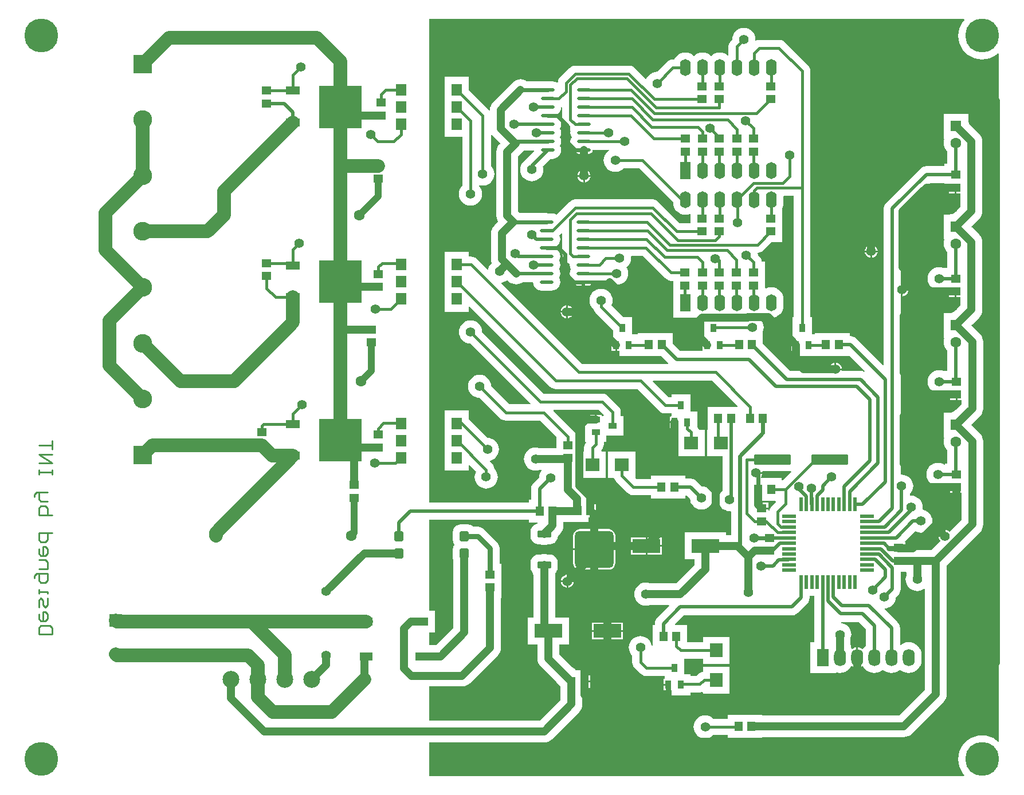
<source format=gbl>
%FSTAX23Y23*%
%MOIN*%
%SFA1B1*%

%IPPOS*%
%AMD47*
4,1,8,-0.020800,-0.028900,0.020800,-0.028900,0.027700,-0.022000,0.027700,0.022000,0.020800,0.028900,-0.020800,0.028900,-0.027700,0.022000,-0.027700,-0.022000,-0.020800,-0.028900,0.0*
1,1,0.013800,-0.020800,-0.022000*
1,1,0.013800,0.020800,-0.022000*
1,1,0.013800,0.020800,0.022000*
1,1,0.013800,-0.020800,0.022000*
%
%AMD50*
4,1,8,-0.039300,0.014800,-0.039300,-0.014800,-0.034400,-0.019700,0.034400,-0.019700,0.039300,-0.014800,0.039300,0.014800,0.034400,0.019700,-0.034400,0.019700,-0.039300,0.014800,0.0*
1,1,0.009800,-0.034400,0.014800*
1,1,0.009800,-0.034400,-0.014800*
1,1,0.009800,0.034400,-0.014800*
1,1,0.009800,0.034400,0.014800*
%
%AMD51*
4,1,8,-0.112200,0.081100,-0.112200,-0.081100,-0.085100,-0.108200,0.085100,-0.108200,0.112200,-0.081100,0.112200,0.081100,0.085100,0.108200,-0.085100,0.108200,-0.112200,0.081100,0.0*
1,1,0.054200,-0.085100,0.081100*
1,1,0.054200,-0.085100,-0.081100*
1,1,0.054200,0.085100,-0.081100*
1,1,0.054200,0.085100,0.081100*
%
%AMD57*
4,1,8,0.100800,0.029500,-0.100800,0.029500,-0.108200,0.022100,-0.108200,-0.022100,-0.100800,-0.029500,0.100800,-0.029500,0.108200,-0.022100,0.108200,0.022100,0.100800,0.029500,0.0*
1,1,0.014800,0.100800,0.022100*
1,1,0.014800,-0.100800,0.022100*
1,1,0.014800,-0.100800,-0.022100*
1,1,0.014800,0.100800,-0.022100*
%
%ADD24C,0.047200*%
%ADD25C,0.019700*%
%ADD26C,0.015700*%
%ADD27C,0.063000*%
%ADD28R,0.109300X0.109300*%
%ADD29C,0.109300*%
%ADD30R,0.063000X0.098400*%
%ADD31O,0.063000X0.098400*%
%ADD32C,0.098400*%
%ADD33C,0.076800*%
%ADD34R,0.076800X0.076800*%
%ADD35O,0.070000X0.100000*%
%ADD36R,0.070000X0.100000*%
%ADD37R,0.063000X0.063000*%
%ADD38C,0.055100*%
%ADD39C,0.196900*%
%ADD40R,0.055100X0.047200*%
%ADD41R,0.078700X0.051200*%
%ADD42R,0.250000X0.250000*%
%ADD43R,0.033500X0.047200*%
%ADD44R,0.047200X0.033500*%
%ADD45R,0.074800X0.047200*%
%ADD46R,0.059800X0.070100*%
G04~CAMADD=47~8~0.0~0.0~555.0~579.0~69.0~0.0~15~0.0~0.0~0.0~0.0~0~0.0~0.0~0.0~0.0~0~0.0~0.0~0.0~180.0~554.0~578.0*
%ADD47D47*%
%ADD48R,0.047200X0.055100*%
%ADD49R,0.078700X0.074800*%
G04~CAMADD=50~8~0.0~0.0~394.0~787.0~49.0~0.0~15~0.0~0.0~0.0~0.0~0~0.0~0.0~0.0~0.0~0~0.0~0.0~0.0~90.0~786.0~393.0*
%ADD50D50*%
G04~CAMADD=51~8~0.0~0.0~2165.0~2244.0~271.0~0.0~15~0.0~0.0~0.0~0.0~0~0.0~0.0~0.0~0.0~0~0.0~0.0~0.0~90.0~2244.0~2164.0*
%ADD51D51*%
%ADD52O,0.078700X0.021700*%
%ADD53R,0.161400X0.078700*%
%ADD54R,0.074800X0.078700*%
%ADD55R,0.080000X0.019000*%
%ADD56R,0.019000X0.080000*%
G04~CAMADD=57~8~0.0~0.0~2165.0~591.0~74.0~0.0~15~0.0~0.0~0.0~0.0~0~0.0~0.0~0.0~0.0~0~0.0~0.0~0.0~0.0~2165.0~591.0*
%ADD57D57*%
%ADD58C,0.078700*%
%ADD59C,0.039400*%
%ADD60C,0.029500*%
%ADD61C,0.023600*%
%ADD62C,0.010000*%
%LNpcb_washver2-1*%
%LPD*%
G36*
X03591Y02896D02*
X03589Y02891D01*
X03579*
X03577Y02895*
Y02899*
X03549*
Y02872*
X03544*
Y02867*
X0351*
Y02854*
X0348*
Y02741*
X03484*
X03487Y02736*
X03482Y0273*
X03477Y02718*
X03475Y02706*
Y02685*
X03449*
Y02785*
X03427*
X03423Y02794*
X03415Y02804*
X03297Y02922*
X03299Y02927*
X0356*
X03591Y02896*
G37*
G36*
X05689Y05199D02*
X05678Y05187D01*
X05667Y05169*
X05659Y05149*
X05654Y05128*
X05652Y05106*
X05654Y05084*
X05659Y05063*
X05667Y05043*
X05678Y05025*
X05692Y05008*
X05709Y04994*
X05727Y04983*
X05747Y04975*
X05769Y0497*
X0579Y04968*
X05812Y0497*
X05833Y04975*
X05853Y04983*
X05871Y04994*
X05883Y05004*
X05888Y05002*
Y00997*
X05883Y00995*
X05871Y01005*
X05853Y01017*
X05833Y01025*
X05812Y0103*
X0579Y01032*
X05769Y0103*
X05747Y01025*
X05727Y01017*
X05709Y01005*
X05692Y00991*
X05678Y00975*
X05667Y00956*
X05659Y00936*
X05654Y00915*
X05652Y00893*
X05654Y00872*
X05659Y00851*
X05667Y00831*
X05678Y00812*
X05689Y008*
X05686Y00795*
X02573*
Y0099*
X03243*
X03255Y00992*
X03267Y00995*
X03278Y01001*
X03287Y01009*
X03447Y01168*
X03454Y01178*
X0346Y01188*
X03464Y012*
X03465Y01213*
Y01307*
X03472*
Y01345*
Y01382*
X03465*
Y01412*
X03429*
X03428Y01412*
X03426Y01414*
X03423Y01416*
X03408Y01429*
X03402Y01434*
X03402Y01434*
X03331Y01505*
Y01552*
Y01552*
X03331Y0156*
X03331Y01561*
X03388*
Y01718*
X03307*
X03307Y01719*
X03307Y01727*
Y01727*
Y01956*
Y01956*
X03307Y01969*
X03308Y01973*
X03308Y01976*
X03308Y01978*
X03309Y01978*
X03312Y01981*
X03313Y01983*
X03314Y01985*
X03316Y01987*
X03321Y01998*
X03322Y0201*
Y02039*
X03321Y02051*
X03316Y02062*
X03309Y02071*
X033Y02078*
X03289Y02083*
X03278Y02084*
X03264*
X03256Y02087*
X03243Y02088*
X03231Y02087*
X03222Y02084*
X03209*
X03197Y02083*
X03187Y02078*
X03177Y02071*
X0317Y02062*
X03166Y02051*
X03164Y02039*
Y0201*
X03166Y01998*
X0317Y01987*
X03172Y01985*
X03173Y01983*
X03175Y01981*
X03177Y01978*
X03178Y01978*
X03179Y01976*
X03179Y01973*
X0318Y01963*
X0318Y01957*
Y01957*
Y01727*
Y01727*
X0318Y01719*
X0318Y01718*
X03148*
Y01561*
X03204*
X03204Y0156*
X03204Y01552*
Y01552*
Y01479*
X03206Y01466*
X03209Y01454*
X03215Y01444*
X03223Y01434*
X03316Y01341*
X03316Y0134*
X03322Y01334*
X03327Y01329*
X03335Y0132*
X03337Y01317*
X03338Y01314*
X03338Y01314*
Y01239*
X03217Y01117*
X02573*
Y01316*
X02765*
X02778Y01317*
X02789Y01321*
X028Y01327*
X0281Y01335*
X02973Y01497*
X02981Y01507*
X02987Y01518*
X0299Y0153*
X02991Y01542*
Y01823*
Y01823*
X02992Y01831*
X02995*
Y01869*
X02995Y01871*
X02995Y01872*
X02995Y01873*
X02995Y01874*
Y01906*
Y01991*
X02995Y01993*
X02995Y01994*
Y02032*
X02983*
Y02121*
X02981Y02135*
X02975Y02148*
X02967Y02159*
X02895Y02231*
X02884Y02239*
X02871Y02245*
X02857Y02247*
X02833*
X02833*
X02832Y02247*
X0283Y02249*
X02828Y02251*
X02826Y02252*
X02823Y02255*
X02811Y02259*
X02799Y02261*
X02758*
X02746Y02259*
X02734Y02255*
X02725Y02247*
X02717Y02237*
X02713Y02226*
X02711Y02214*
Y0217*
X02713Y02158*
X02717Y02147*
X02721Y02142*
X02717Y02137*
X02713Y02126*
X02711Y02114*
Y0207*
X02712Y02062*
X02712Y02061*
X02712Y0206*
X02713Y02058*
X02713Y02057*
X02713Y02056*
X02715Y02024*
Y02016*
Y02016*
Y01657*
X02614Y01556*
X02573*
Y0163*
X02609*
Y01756*
X02573*
Y02287*
X03154*
Y0227*
X03205*
X03206Y02265*
X03205Y02264*
X03202Y02263*
X03198Y02263*
X03197Y02262*
X03195Y02261*
X03193Y02261*
X03191Y0226*
X03188Y02259*
X03188Y02258*
X03187Y02258*
X03185Y02256*
X03184Y02256*
X03183Y02255*
X03177Y02251*
X0317Y02242*
X03166Y02231*
X03164Y02219*
Y0219*
X03166Y02178*
X0317Y02167*
X03177Y02158*
X03187Y02151*
X03197Y02147*
X03209Y02145*
X03222*
X03231Y02142*
X03243Y02141*
X03256Y02142*
X03264Y02145*
X03278*
X03289Y02147*
X033Y02151*
X03309Y02158*
X03316Y02167*
X03321Y02178*
X03321Y02182*
X03322Y02183*
X03322Y02185*
X03322Y02187*
X03322Y02189*
X03323Y0219*
X03323Y02191*
X03324Y02192*
X03325Y02195*
X03327Y02197*
X03333Y02205*
X03337Y02209*
X03338Y0221*
X03339Y0221*
X0334Y02212*
X03344Y02218*
X0335Y02229*
X03354Y0224*
X03355Y02253*
Y02274*
X03362Y02274*
X03363*
X03366*
X03366*
X03374*
Y02273*
X03412*
X03413Y02273*
X03415Y02273*
X035*
Y02302*
X03507*
Y0234*
Y02377*
X035*
Y02407*
X03497*
Y0241*
X03496Y02422*
X03493Y02434*
X03487Y02445*
X03479Y02454*
X03445Y02488*
Y02532*
X03602*
Y02685*
X03577*
X03575Y0269*
X03577Y02693*
X03585Y02703*
X03589Y02714*
X03591Y02726*
Y02741*
X03606*
Y02779*
X03705*
Y02891*
X03689*
Y02913*
X03688Y02925*
X03683Y02936*
X03676Y02946*
X03614Y03008*
X03604Y03016*
X03592Y03021*
X0358Y03022*
X03241*
X02882Y03381*
Y03381*
X02882Y03382*
X02881Y03394*
X02877Y03406*
X02871Y03418*
X02863Y03428*
X02853Y03436*
X02841Y03443*
X02828Y03446*
X02815Y03448*
X02802Y03446*
X02789Y03443*
X02778Y03436*
X02768Y03428*
X02759Y03418*
X02753Y03406*
X02749Y03394*
X02748Y0338*
X02749Y03367*
X02753Y03355*
X02759Y03343*
X02768Y03333*
X02778Y03325*
X02789Y03318*
X02802Y03314*
X02814Y03313*
X02815Y03313*
X02815*
X03164Y02965*
X03162Y0296*
X0304*
X02935Y03065*
Y03065*
X02934Y03066*
X02933Y03078*
X02929Y03091*
X02923Y03102*
X02915Y03112*
X02905Y03121*
X02893Y03127*
X0288Y03131*
X02867Y03132*
X02854Y03131*
X02842Y03127*
X0283Y03121*
X0282Y03112*
X02811Y03102*
X02805Y03091*
X02801Y03078*
X028Y03065*
X02801Y03052*
X02805Y03039*
X02811Y03028*
X0282Y03017*
X0283Y03009*
X02842Y03003*
X02854Y02999*
X02866Y02998*
X02867Y02998*
X02867*
X02986Y02879*
X02996Y02871*
X03008Y02866*
X0302Y02865*
X0322*
X03315Y0277*
Y02705*
X03215*
X03206Y02707*
X03193Y02709*
X0318Y02707*
X03167Y02703*
X03156Y02697*
X03145Y02689*
X03137Y02679*
X03131Y02667*
X03127Y02654*
X03126Y02641*
X03127Y02628*
X03131Y02616*
X03137Y02604*
X03145Y02594*
X03156Y02585*
X03167Y02579*
X0318Y02575*
X03193Y02574*
X03206Y02575*
X03215Y02578*
X03227*
X03229Y02573*
X03225Y02568*
X03219Y02557*
X03215Y02544*
X03214Y02534*
X03182Y02502*
X03174Y02492*
X03169Y0248*
X03167Y02467*
Y02404*
X03154*
Y02387*
X02573*
Y05204*
X05686*
X05689Y05199*
G37*
%LNpcb_washver2-2*%
%LPC*%
G36*
X03539Y02899D02*
X0351D01*
Y02877*
X03539*
Y02899*
G37*
G36*
X04405Y05152D02*
X04392Y05151D01*
X04379Y05147*
X04367Y05141*
X04357Y05133*
X04349Y05123*
X04343Y05111*
X04339Y05098*
X04338Y05087*
X04337Y05086*
Y05085*
X0433Y05078*
X04323Y05068*
X04318Y05057*
X04316Y05045*
Y04993*
X04311Y04991*
X04304Y04997*
X04291Y05004*
X04278Y05008*
X04264Y05009*
X0425Y05008*
X04237Y05004*
X04225Y04997*
X04214Y04989*
X04204Y04997*
X04191Y05004*
X04178Y05008*
X04164Y05009*
X0415Y05008*
X04137Y05004*
X04125Y04997*
X04114Y04989*
X04104Y04997*
X04091Y05004*
X04078Y05008*
X04064Y05009*
X0405Y05008*
X04037Y05004*
X04025Y04997*
X04014Y04989*
X04005Y04978*
X04Y04968*
X03992*
X0398Y04967*
X03968Y04962*
X03958Y04954*
X03901Y04897*
X039*
X03899Y04896*
X03888Y04895*
X03875Y04891*
X03863Y04885*
X03853Y04877*
X03845Y04867*
X03839Y04856*
X03834Y04855*
X0377Y04918*
X0376Y04926*
X03749Y04931*
X03736Y04932*
X03423*
X03411Y04931*
X034Y04926*
X0339Y04918*
X03336Y04865*
X03329Y04855*
X03324Y04844*
X03323Y04835*
X03317Y04833*
X03317Y04834*
X03304Y04839*
X03291Y0484*
X0327*
X03263Y04841*
X03164*
X03146Y04842*
X03141Y04842*
X0313Y04848*
X03119Y04852*
X03106Y04853*
X03094Y04852*
X03082Y04848*
X03071Y04842*
X03062Y04834*
X02947Y0472*
X02939Y0471*
X02933Y04699*
X02929Y04687*
X02928Y04675*
Y04671*
X02923Y0467*
X0292Y04673*
X02804Y04789*
Y04866*
X02666*
Y04717*
Y04617*
Y04517*
X02767*
Y04232*
X02767Y04231*
X02766Y04231*
X02758Y04222*
X02752Y0421*
X02748Y04197*
X02747Y04184*
X02748Y04171*
X02752Y04158*
X02758Y04147*
X02767Y04137*
X02777Y04128*
X02789Y04122*
X02801Y04118*
X02814Y04117*
X02828Y04118*
X0284Y04122*
X02852Y04128*
X02862Y04137*
X0287Y04147*
X02877Y04158*
X0288Y04171*
X02882Y04184*
X0288Y04197*
X02877Y0421*
X0287Y04222*
X02864Y0423*
X02864Y04233*
X02868Y04236*
X02873Y04235*
X02886Y04233*
X029Y04235*
X02912Y04239*
X02924Y04245*
X02934Y04253*
X02942Y04263*
X02949Y04275*
X02952Y04288*
X02954Y04301*
X02952Y04314*
X02949Y04326*
X02942Y04338*
X02935Y04347*
X02934Y04348*
X02934Y04348*
Y04527*
X02937Y04529*
X02939Y04529*
X02947Y0452*
X02987Y04479*
X02984Y04475*
X02976Y04466*
X0297Y04455*
X02967Y04443*
X02965Y04431*
Y04058*
X02967Y04045*
X0297Y04033*
X02976Y04023*
X02953Y04001*
X02946Y03991*
X0294Y0398*
X02936Y03969*
X02935Y03956*
Y03804*
X02936Y03791*
X02938Y03784*
X02937Y03782*
X02928Y03772*
X02922Y03761*
X02918Y03748*
X02918Y03745*
X02913Y03743*
X02851Y03806*
X02841Y03814*
X02829Y03819*
X02817Y0382*
X02804*
Y03847*
X02666*
Y03698*
Y03598*
Y03498*
X02804*
Y03529*
X02809Y03531*
X03278Y03062*
X03288Y03055*
X033Y0305*
X03312Y03048*
X03787*
X03915Y0292*
X03925Y02912*
X03936Y02908*
X03948Y02906*
X03983*
Y02891*
X03979Y02889*
X03975*
Y02861*
X04002*
Y02856*
X04007*
Y02822*
X0402*
Y0281*
X04019*
Y02657*
X04177*
Y0281*
X04144*
X04139Y02821*
X04133Y0283*
Y02918*
X04095*
Y03017*
X03983*
Y03001*
X03968*
X03876Y03093*
X03878Y03098*
X0422*
X04369Y02949*
X04367Y02944*
X04193*
Y0281*
X04191*
Y02657*
X04282*
Y02458*
X04275Y02452*
X04267Y02442*
X0426Y02431*
X04257Y02418*
X04255Y02405*
X04257Y02392*
X0426Y02379*
X04267Y02368*
X04275Y02357*
X04285Y02349*
X04297Y02343*
X04309Y02339*
X04322Y02338*
X04327Y02338*
X0433Y02335*
Y02198*
X0431*
X043Y02198*
Y02213*
X04265*
X04265*
X04263*
X04261Y02214*
X04259Y02213*
X0406*
Y02056*
X04117*
X04117Y02055*
X04117Y02047*
Y02047*
Y02024*
X0401Y01917*
X03857*
X03848Y0192*
X03835Y01921*
X03822Y0192*
X03809Y01916*
X03797Y0191*
X03787Y01901*
X03779Y01891*
X03773Y0188*
X03769Y01867*
X03768Y01854*
X03769Y01841*
X03773Y01828*
X03779Y01817*
X03787Y01806*
X03797Y01798*
X03809Y01792*
X03822Y01788*
X03835Y01787*
X03848Y01788*
X03857Y01791*
X03968*
X0397Y01786*
X03902Y01717*
X03894Y01707*
X03889Y01695*
X03887Y01682*
Y01674*
X03874*
Y01554*
X03869Y01553*
X03869Y01556*
X03865Y01568*
X03858Y0158*
X0385Y0159*
X0384Y01599*
X03828Y01605*
X03816Y01609*
X03803Y0161*
X03789Y01609*
X03777Y01605*
X03765Y01599*
X03755Y0159*
X03747Y0158*
X0374Y01568*
X03737Y01556*
X03735Y01543*
X03737Y0153*
X0374Y01517*
X03747Y01505*
X03754Y01496*
X03755Y01495*
X03755Y01495*
Y01459*
X03757Y01447*
X03761Y01435*
X03769Y01425*
X03803Y01391*
X03813Y01383*
X03825Y01378*
X03837Y01377*
X03946*
Y01361*
X03941Y0136*
X03938*
Y01331*
X03965*
Y01326*
X0397*
Y01293*
X03983*
Y01263*
X04095*
Y01282*
X04149*
X04161Y01284*
X04164Y01285*
X04168Y01282*
Y01275*
X04322*
Y01432*
X04168*
Y01401*
X04161Y014*
X04149Y01395*
X04139Y01387*
X04129Y01377*
X04095*
Y01389*
X04058*
Y01478*
X04168*
Y01447*
X04322*
Y01604*
X04168*
Y01573*
X04075*
Y01674*
X04005*
X04003Y01678*
X04055Y0173*
X04684*
X04697Y01732*
X04709Y01737*
X04719Y01744*
X04772Y01797*
X0478Y01808*
X04785Y0182*
X04787Y01833*
Y01844*
X04813*
Y01574*
X0479*
Y01395*
X04938*
Y01395*
X04942Y01398*
X04949Y01396*
X04964Y01395*
X04979Y01396*
X04993Y01401*
X05006Y01407*
X05017Y01417*
X05026Y01428*
X05029Y01433*
X05035Y01435*
X05041Y0143*
X05052Y01426*
X05059Y01425*
Y01485*
Y01544*
X05052Y01543*
X05041Y01539*
X05036Y01535*
X05034Y01534*
X0503Y01536*
X05028Y01544*
X05027Y01548*
X05026Y01567*
X05026Y01574*
Y01574*
Y01597*
X05029Y01606*
X0503Y01619*
X05029Y01632*
X05025Y01644*
X05019Y01656*
X0501Y01666*
X05Y01675*
X04988Y01681*
X04976Y01685*
X04971Y01685*
X04971Y0169*
X05074*
X05114Y0165*
Y01555*
X05111Y01552*
X05102Y01541*
X05099Y01536*
X05093Y01534*
X05087Y01539*
X05076Y01543*
X05069Y01544*
Y01485*
Y01425*
X05076Y01426*
X05087Y0143*
X05093Y01435*
X05099Y01433*
X05102Y01428*
X05111Y01417*
X05122Y01407*
X05135Y01401*
X05149Y01396*
X05164Y01395*
X05179Y01396*
X05193Y01401*
X05206Y01407*
X05214Y01414*
X05222Y01407*
X05235Y01401*
X05249Y01396*
X05264Y01395*
X05279Y01396*
X05293Y01401*
X05306Y01407*
X05314Y01414*
X05322Y01407*
X05335Y01401*
X05349Y01396*
X05364Y01395*
X05379Y01396*
X05393Y01401*
X05406Y01407*
X05417Y01417*
X05426Y01428*
X05433Y01441*
X05437Y01455*
X05439Y0147*
Y015*
X05437Y01514*
X05433Y01528*
X05426Y01541*
X05417Y01552*
X05406Y01562*
X05393Y01569*
X05379Y01573*
X05364Y01574*
X05349Y01573*
X05335Y01569*
X05322Y01562*
X05319Y01559*
X05314Y01561*
Y01656*
X05312Y01669*
X05307Y01681*
X05299Y01691*
X05224Y01766*
X05226Y01771*
X05235Y01772*
X05247Y01776*
X05259Y01782*
X05269Y01791*
X05278Y01801*
X05284Y01812*
X05288Y01825*
X05289Y01835*
X05303Y01849*
X05311Y0186*
X05316Y01872*
X05317Y01884*
Y01985*
X05341*
X05347Y01984*
X05349Y01984*
X0535Y01982*
X0535Y01975*
Y01961*
X05348Y01953*
X05346Y0194*
X05348Y01926*
X05351Y01914*
X05358Y01902*
X05366Y01892*
X05376Y01884*
X05388Y01877*
X054Y01874*
X05414Y01872*
X05427Y01874*
X05439Y01877*
X05451Y01884*
X05454Y01886*
X05458Y01884*
Y01297*
X05309Y01148*
X04519*
X04519*
X04511Y01148*
Y01152*
X04473*
X04471Y01152*
X0447Y01152*
X04469Y01152*
X04468Y01152*
X0431*
Y01129*
X04227*
X04227Y01129*
X04226Y01129*
X04217Y01137*
X04205Y01143*
X04193Y01147*
X0418Y01148*
X04166Y01147*
X04154Y01143*
X04142Y01137*
X04132Y01129*
X04124Y01118*
X04117Y01107*
X04114Y01094*
X04112Y01081*
X04114Y01068*
X04117Y01055*
X04124Y01044*
X04132Y01033*
X04142Y01025*
X04154Y01019*
X04166Y01015*
X0418Y01014*
X04193Y01015*
X04205Y01019*
X04217Y01025*
X04226Y01033*
X04227Y01033*
X04227Y01033*
X0431*
Y01018*
X04468*
X04469Y01018*
X0447Y01018*
X04471Y01018*
X04473Y01018*
X04511*
Y01021*
X04511*
X04519Y01021*
X04519*
X05335*
X05348Y01023*
X0536Y01026*
X05371Y01032*
X0538Y0104*
X05567Y01226*
X05574Y01236*
X0558Y01247*
X05584Y01259*
X05585Y01271*
Y02021*
X05779Y02215*
X05787Y02224*
X05792Y02235*
X05796Y02247*
X05797Y0226*
Y02745*
X05796Y02757*
X05792Y02769*
X05787Y0278*
X05779Y02789*
X05733Y02835*
X05732Y02836*
X05729Y0284*
X05732Y02843*
X05733Y02844*
X05779Y0289*
X05787Y02899*
X05792Y0291*
X05796Y02922*
X05797Y02935*
Y03325*
X05796Y03337*
X05792Y03349*
X05787Y0336*
X05779Y03369*
X05733Y03415*
X05732Y03416*
X05729Y0342*
X05732Y03423*
X05733Y03424*
X05774Y03465*
X05782Y03474*
X05787Y03485*
X05791Y03497*
X05792Y0351*
Y03905*
X05791Y03917*
X05787Y03929*
X05782Y0394*
X05774Y03949*
X05733Y0399*
X05732Y03991*
X05729Y03995*
X05732Y03998*
X05733Y03999*
X05774Y0404*
X05782Y04049*
X05787Y0406*
X05791Y04072*
X05792Y04085*
Y0449*
X05791Y04502*
X05787Y04514*
X05782Y04525*
X05774Y04534*
X05733Y04575*
X05732Y04576*
X05727Y04582*
X05722Y04587*
X05719Y04591*
X05716Y04595*
X05714Y04599*
X05712Y04603*
X05711Y04605*
X05711Y04608*
X0571Y04609*
X0571Y04613*
X0571Y04614*
Y0465*
X05672*
X0567Y04651*
X05669Y0465*
X05668Y04651*
X05667Y0465*
X05568*
Y04551*
X05568Y0455*
X05568Y04549*
X05568Y04548*
X05568Y04547*
Y04509*
X05569*
X05572Y04504*
X05569Y04493*
X05568Y0448*
X05569Y04466*
X05573Y04452*
X0558Y0444*
X05588Y0443*
X05588Y0443*
X05589Y04429*
Y04429*
X05589Y04428*
Y0436*
X0557*
Y04347*
X05467*
X05454Y04345*
X05442Y0434*
X05431Y04332*
X05234Y04135*
X05226Y04124*
X05221Y04112*
X05219Y041*
Y03189*
X05215Y03187*
X0506Y03342*
X05049Y0335*
X05037Y03355*
X05024Y03357*
X0502*
Y03374*
X04819*
Y03368*
X048*
Y03467*
X04792*
Y04221*
Y049*
X0479Y04912*
X04785Y04923*
X04778Y04933*
X04643Y05068*
X04633Y05076*
X04621Y05081*
X04609Y05082*
X04494*
X04482Y05081*
X04476Y05078*
X04472Y05081*
X04472Y05085*
X04471Y05098*
X04467Y05111*
X04461Y05123*
X04452Y05133*
X04442Y05141*
X0443Y05147*
X04418Y05151*
X04405Y05152*
G37*
G36*
X0515Y03888D02*
Y03855D01*
X05183*
X05182Y0386*
X05178Y03869*
X05172Y03877*
X05164Y03883*
X05155Y03887*
X0515Y03888*
G37*
G36*
X0514D02*
X05136Y03887D01*
X05127Y03883*
X05119Y03877*
X05113Y03869*
X05109Y0386*
X05108Y03855*
X0514*
Y03888*
G37*
G36*
X05183Y03845D02*
X0515D01*
Y03813*
X05155Y03814*
X05164Y03818*
X05172Y03824*
X05178Y03831*
X05182Y03841*
X05183Y03845*
G37*
G36*
X0514D02*
X05108D01*
X05109Y03841*
X05113Y03831*
X05119Y03824*
X05127Y03818*
X05136Y03814*
X0514Y03813*
Y03845*
G37*
G36*
X03997Y02851D02*
X03975D01*
Y02822*
X03997*
Y02851*
G37*
G36*
X02804Y02923D02*
X02666D01*
Y02774*
Y02674*
Y02574*
X02804*
Y02607*
X02809Y02609*
X02848Y02569*
X02844Y02561*
X0284Y02549*
X02839Y02536*
X0284Y02522*
X02844Y0251*
X0285Y02498*
X02858Y02488*
X02869Y0248*
X0288Y02473*
X02893Y0247*
X02906Y02468*
X02919Y0247*
X02932Y02473*
X02943Y0248*
X02953Y02488*
X02962Y02498*
X02968Y0251*
X02972Y02522*
X02973Y02536*
X02972Y02549*
X02968Y02561*
X02962Y02573*
X02953Y02583*
X02953Y02584*
X02952Y02591*
X02947Y02603*
X0294Y02613*
X02926Y02627*
X02928Y02632*
X02938Y02635*
X0295Y02641*
X0296Y0265*
X02969Y0266*
X02975Y02671*
X02979Y02684*
X0298Y02697*
X02979Y0271*
X02975Y02723*
X02969Y02735*
X0296Y02745*
X0295Y02753*
X02938Y02759*
X02926Y02763*
X02914Y02764*
X02913Y02764*
X02913*
X02808Y0287*
X02804Y02873*
Y02923*
G37*
G36*
X03774Y02685D02*
X03616D01*
Y02532*
X03649*
X03649Y02531*
X03654Y0252*
X03661Y0251*
X03728Y02443*
X03738Y02436*
X03749Y02431*
X03761Y0243*
X03863*
Y0241*
X04064*
Y02428*
X04075*
X04092Y02411*
X04093Y02401*
X04096Y02388*
X04103Y02377*
X04111Y02366*
X04121Y02358*
X04133Y02352*
X04145Y02348*
X04159Y02347*
X04172Y02348*
X04184Y02352*
X04196Y02358*
X04206Y02366*
X04215Y02377*
X04221Y02388*
X04225Y02401*
X04226Y02414*
X04225Y02427*
X04221Y0244*
X04215Y02451*
X04206Y02461*
X04196Y0247*
X04184Y02476*
X04172Y0248*
X04162Y02481*
X0413Y02512*
X0412Y0252*
X04108Y02525*
X04095Y02527*
X04064*
Y02544*
X03863*
Y02525*
X03781*
X03774Y02532*
Y02685*
G37*
G36*
X03545Y02377D02*
X03517D01*
Y02345*
X03545*
Y02377*
G37*
G36*
Y02335D02*
X03517D01*
Y02302*
X03545*
Y02335*
G37*
G36*
X03928Y02184D02*
X03843D01*
Y0214*
X03928*
Y02184*
G37*
G36*
X03833D02*
X03747D01*
Y0214*
X03833*
Y02184*
G37*
G36*
X0362Y02233D02*
X0354D01*
Y0212*
X03657*
Y02196*
X03656Y02205*
X03652Y02214*
X03646Y02222*
X03638Y02228*
X03629Y02232*
X0362Y02233*
G37*
G36*
X0353D02*
X0345D01*
X0344Y02232*
X03431Y02228*
X03423Y02222*
X03417Y02214*
X03413Y02205*
X03412Y02196*
Y0212*
X0353*
Y02233*
G37*
G36*
X03928Y0213D02*
X03843D01*
Y02085*
X03928*
Y0213*
G37*
G36*
X03833D02*
X03747D01*
Y02085*
X03833*
Y0213*
G37*
G36*
X03657Y0211D02*
X0354D01*
Y01996*
X0362*
X03629Y01997*
X03638Y02001*
X03646Y02007*
X03652Y02015*
X03656Y02024*
X03657Y02033*
Y0211*
G37*
G36*
X0353D02*
X03412D01*
Y02033*
X03413Y02024*
X03417Y02015*
X03423Y02007*
X03431Y02001*
X0344Y01997*
X0345Y01996*
X0353*
Y0211*
G37*
G36*
X03384Y01966D02*
Y01934D01*
X03416*
X03415Y01939*
X03411Y01948*
X03405Y01956*
X03398Y01962*
X03388Y01966*
X03384Y01966*
G37*
G36*
X03374D02*
X03369Y01966D01*
X0336Y01962*
X03352Y01956*
X03346Y01948*
X03342Y01939*
X03341Y01934*
X03374*
Y01966*
G37*
G36*
X03416Y01924D02*
X03384D01*
Y01892*
X03388Y01893*
X03398Y01896*
X03405Y01902*
X03411Y0191*
X03415Y01919*
X03416Y01924*
G37*
G36*
X03374D02*
X03341D01*
X03342Y01919*
X03346Y0191*
X03352Y01902*
X0336Y01896*
X03369Y01893*
X03374Y01892*
Y01924*
G37*
G36*
X03701Y01689D02*
X03615D01*
Y01645*
X03701*
Y01689*
G37*
G36*
X03605D02*
X0352D01*
Y01645*
X03605*
Y01689*
G37*
G36*
X03701Y01635D02*
X03615D01*
Y0159*
X03701*
Y01635*
G37*
G36*
X03605D02*
X0352D01*
Y0159*
X03605*
Y01635*
G37*
G36*
X0351Y01382D02*
X03482D01*
Y0135*
X0351*
Y01382*
G37*
G36*
Y0134D02*
X03482D01*
Y01307*
X0351*
Y0134*
G37*
G36*
X0396Y01321D02*
X03938D01*
Y01293*
X0396*
Y01321*
G37*
%LNpcb_washver2-3*%
%LPD*%
G36*
X03348Y04688D02*
Y04619D01*
X0335Y04606*
X03355Y04595*
X03362Y04585*
X03391Y04556*
X03398Y04551*
X03396Y0454*
X03398Y04527*
X03403Y04515*
X03398Y04503*
X03396Y0449*
X03398Y04477*
X03403Y04464*
X03411Y04454*
X03421Y04446*
X03426Y04444*
X03426Y0444*
X03427Y04432*
X03432Y04425*
X03439Y0442*
X03447Y04418*
X03504*
X03512Y0442*
X03519Y04425*
X03523Y04432*
X03525Y0444*
X03527Y04442*
X0362*
X03621Y04437*
X03619Y04436*
X03609Y04428*
X03601Y04418*
X03595Y04406*
X03591Y04394*
X03589Y0438*
X03591Y04367*
X03595Y04355*
X03601Y04343*
X03609Y04333*
X03619Y04325*
X03631Y04318*
X03644Y04314*
X03657Y04313*
X0367Y04314*
X03682Y04318*
X03694Y04325*
X03703Y04332*
X03704Y04333*
X03704Y04333*
X03796*
X03993Y04136*
Y04135*
X03994Y04121*
X03998Y04108*
X04005Y04095*
X04014Y04084*
X04025Y04076*
X04037Y04069*
X0405Y04065*
X04064Y04064*
X04078Y04065*
X0409Y04068*
X04095Y04066*
Y04015*
X04032*
X03909Y04139*
X03899Y04146*
X03887Y04151*
X03875Y04153*
X03424*
X03412Y04151*
X03401Y04146*
X03391Y04139*
X03315Y04063*
X03312Y04066*
X03299Y04071*
X03286Y04072*
X03265*
X03258Y04073*
X03123*
X03105Y04074*
X03102Y04074*
X03092Y04084*
Y04404*
X03122Y04434*
X03125Y04438*
X03184*
X03185Y04432*
X03149Y04397*
X03136Y04384*
X03135Y04383*
X03134Y04382*
X03124Y04374*
X03115Y04364*
X03109Y04352*
X03105Y04339*
X03104Y04326*
X03105Y04313*
X03109Y04301*
X03115Y04289*
X03124Y04279*
X03134Y0427*
X03146Y04264*
X03158Y0426*
X03171Y04259*
X03185Y0426*
X03197Y04264*
X03209Y0427*
X03219Y04279*
X03227Y04289*
X03234Y04301*
X03237Y04313*
X03239Y04326*
X03237Y04339*
X03236Y04343*
X03282Y04389*
X03282Y04389*
X03291*
X03304Y04391*
X03317Y04396*
X03327Y04404*
X03335Y04414*
X0334Y04427*
X03342Y0444*
X0334Y04453*
X03335Y04465*
X0334Y04477*
X03342Y0449*
X0334Y04503*
X03335Y04515*
X0334Y04527*
X03342Y0454*
X0334Y04553*
X03335Y04565*
X0334Y04577*
X03342Y0459*
X0334Y04603*
X03335Y04615*
X03327Y04626*
X03317Y04634*
X03312Y04636*
X03312Y0464*
X03312Y04644*
X03317Y04646*
X03327Y04654*
X03335Y04664*
X0334Y04677*
X03342Y0469*
X03342Y0469*
X03343Y04691*
X03348Y04688*
G37*
G36*
X0557Y04234D02*
X05599D01*
Y04227*
X05637*
Y04222*
X05642*
Y04189*
X05666*
Y04111*
X05643Y04088*
X05643Y04088*
X05637Y04082*
X05632Y04078*
X05627Y04074*
X05623Y04072*
X05619Y04069*
X05616Y04068*
X05613Y04067*
X05611Y04066*
X05609Y04066*
X05605Y04066*
X05605Y04065*
X05568*
Y04028*
X05568Y04026*
X05568Y04025*
X05568Y04024*
X05568Y04023*
Y03966*
X05568Y03965*
X05568Y03964*
X05568Y03963*
X05568Y03962*
Y03924*
X05569*
X05572Y03919*
X05569Y03908*
X05568Y03895*
X05569Y03881*
X05573Y03867*
X0558Y03855*
X05588Y03845*
X05588Y03845*
X05589Y03844*
Y03844*
X05589Y03843*
Y03755*
X0557*
X05565Y03755*
X05555Y03758*
X05542Y03759*
X05528Y03758*
X05516Y03754*
X05504Y03748*
X05494Y0374*
X05486Y03729*
X05479Y03718*
X05476Y03705*
X05474Y03692*
X05476Y03679*
X05479Y03666*
X05486Y03655*
X05494Y03645*
X05504Y03636*
X05516Y0363*
X05528Y03626*
X05542Y03625*
X05555Y03626*
X05565Y03629*
X0557*
X05599*
Y03622*
X05637*
Y03617*
X05642*
Y03584*
X05666*
Y03536*
X05643Y03513*
X05643Y03513*
X05637Y03507*
X05632Y03503*
X05627Y03499*
X05623Y03497*
X05619Y03494*
X05616Y03493*
X05613Y03492*
X05611Y03491*
X05609Y03491*
X05605Y03491*
X05605Y0349*
X05568*
Y03453*
X05568Y03451*
X05568Y0345*
X05568Y03449*
X05568Y03448*
Y03391*
X05568Y0339*
X05568Y03389*
X05568Y03388*
X05568Y03387*
Y03349*
X05569*
X05572Y03344*
X05569Y03333*
X05568Y0332*
X05569Y03306*
X05573Y03292*
X0558Y0328*
X05588Y0327*
X05588Y0327*
X05589Y03269*
Y03269*
X05589Y03268*
Y03155*
X05575*
X0557Y03153*
X05567Y03154*
X05555Y03158*
X05542Y03159*
X05528Y03158*
X05516Y03154*
X05504Y03148*
X05494Y0314*
X05486Y03129*
X05479Y03118*
X05476Y03105*
X05474Y03092*
X05476Y03079*
X05479Y03066*
X05486Y03055*
X05494Y03045*
X05504Y03036*
X05516Y0303*
X05528Y03026*
X05542Y03025*
X05555Y03026*
X05567Y0303*
X0557Y03032*
X05575Y03029*
X05604*
Y03022*
X05642*
Y03017*
X05647*
Y02984*
X05671*
Y02961*
X05643Y02933*
X05643Y02933*
X05637Y02927*
X05632Y02923*
X05627Y02919*
X05623Y02917*
X05619Y02914*
X05616Y02913*
X05613Y02912*
X05611Y02911*
X05609Y02911*
X05605Y02911*
X05605Y0291*
X05568*
Y02873*
X05568Y02871*
X05568Y0287*
X05568Y02869*
X05568Y02868*
Y02811*
X05568Y0281*
X05568Y02809*
X05568Y02808*
X05568Y02807*
Y02769*
X05569*
X05572Y02764*
X05569Y02753*
X05568Y0274*
X05569Y02726*
X05573Y02712*
X0558Y027*
X05588Y0269*
X05588Y0269*
X05589Y02689*
Y02689*
X05589Y02688*
Y02615*
X05575*
Y02611*
X0557Y02609*
X0556Y02614*
X05547Y02618*
X05534Y02619*
X05521Y02618*
X05508Y02614*
X05497Y02608*
X05486Y026*
X05478Y02589*
X05472Y02578*
X05468Y02565*
X05467Y02552*
X05468Y02539*
X05472Y02526*
X05478Y02515*
X05486Y02505*
X05497Y02496*
X05508Y0249*
X05521Y02486*
X05534Y02485*
X05547Y02486*
X0556Y0249*
X0557Y02495*
X05575Y02493*
Y02489*
X05604*
Y02482*
X05642*
Y02477*
X05647*
Y02444*
X05671*
Y02286*
X05604Y02219*
X05601Y02219*
X05593Y02225*
X05584Y02229*
X05579Y0223*
Y02194*
X05577Y02192*
X05574*
Y02189*
X05572Y02187*
X05537*
X05537Y02183*
X05541Y02174*
X05547Y02166*
X05547Y02162*
X05496Y02111*
X05343*
Y02118*
X05305*
Y02128*
X05343*
Y02156*
X05343*
X05341Y02161*
X05401Y02221*
X05408Y02217*
X05421Y02214*
X05434Y02212*
X05447Y02214*
X0546Y02217*
X05471Y02224*
X05482Y02232*
X0549Y02242*
X05496Y02254*
X055Y02266*
X05501Y0228*
X055Y02293*
X05496Y02305*
X0549Y02317*
X05482Y02327*
X05471Y02335*
X0546Y02342*
X0545Y02345*
X05447Y02346*
X05445Y02351*
X05446Y0236*
X05445Y02373*
X05441Y02385*
X05435Y02397*
X05427Y02407*
X05416Y02415*
X05405Y02422*
X05392Y02426*
X05379Y02427*
X05376Y02426*
X05372Y0243*
Y02438*
X05378Y02446*
X05385Y02457*
X05388Y0247*
X0539Y02483*
X05388Y02496*
X05385Y02509*
X05378Y02521*
X0537Y02531*
X0536Y02539*
X05348Y02545*
X05336Y02549*
X05322Y0255*
X05322*
X05319Y02554*
Y03586*
X05319Y03586*
Y03627*
Y03667*
X05319Y03667*
Y04079*
X05487Y04247*
X0557*
Y04234*
G37*
G36*
X03348Y03955D02*
Y03836D01*
X0335Y03824*
X03355Y03812*
X03362Y03802*
X03377Y03788*
X03386Y0378*
X03392Y03778*
X03391Y03772*
X03393Y03759*
X03398Y03747*
X03393Y03735*
X03391Y03722*
X03393Y03709*
X03398Y03696*
X03406Y03686*
X03416Y03678*
X03421Y03676*
X03421Y03672*
X03422Y03664*
X03427Y03657*
X03434Y03652*
X03442Y0365*
X03499*
X03507Y03652*
X03514Y03657*
X03518Y03664*
X0352Y03672*
X03522Y03674*
X03618*
X03618Y03674*
X03619Y03673*
X03628Y03666*
X03639Y0366*
X03652Y03656*
X03665Y03654*
X03678Y03656*
X03691Y0366*
X03703Y03666*
X03713Y03674*
X03721Y03684*
X03727Y03696*
X03731Y03709*
X03732Y03722*
X03731Y03735*
X03727Y03747*
X03722Y03757*
X03729Y03763*
X03737Y03773*
X03743Y03785*
X03747Y03797*
X03748Y03811*
X03748Y03819*
X03752Y03824*
X03816*
X03947Y03693*
X03957Y03686*
X03968Y03681*
X03981Y03679*
X03994*
Y03641*
X03993*
Y03464*
X04135*
Y03465*
X0414Y03468*
X0415Y03465*
X04164Y03464*
X04169Y03464*
X04173Y03461*
Y03341*
X04169Y03339*
X04165*
Y0331*
X04192*
Y033*
X04165*
Y03272*
X04161Y0327*
X04034*
X0399Y03314*
Y03374*
X03789*
Y03368*
X03755*
Y03467*
X03703*
X03634Y03536*
X03636Y03539*
X0364Y03552*
X03641Y03565*
X0364Y03578*
X03636Y03591*
X0363Y03602*
X03622Y03613*
X03611Y03621*
X036Y03627*
X03587Y03631*
X03574Y03632*
X03561Y03631*
X03548Y03627*
X03537Y03621*
X03526Y03613*
X03518Y03602*
X03512Y03591*
X03508Y03578*
X03507Y03565*
X03508Y03552*
X03512Y03539*
X03518Y03528*
X03526Y03518*
X03528Y03516*
X03533Y03505*
X0354Y03495*
X03643Y03392*
Y03341*
X03639Y03339*
X03635*
Y0331*
X03662*
Y03305*
X03667*
Y03272*
X0368*
Y03242*
X03789*
Y0324*
X03923*
X03965Y03198*
X03964Y03193*
X03464*
X02993Y03664*
X02995Y03669*
X02998Y03669*
X0301Y03673*
X03022Y03679*
X03028Y03684*
X03035Y03677*
X03045Y03669*
X03056Y03663*
X03068Y0366*
X0308Y03658*
X03093Y0366*
X03104Y03663*
X03115Y03669*
X03117Y03671*
X03118Y03671*
X03141Y03672*
X03178*
X03179Y03672*
X0318Y03659*
X03185Y03646*
X03193Y03636*
X03204Y03628*
X03216Y03623*
X03229Y03621*
X03286*
X03299Y03623*
X03312Y03628*
X03322Y03636*
X0333Y03646*
X03335Y03659*
X03337Y03672*
X03335Y03685*
X0333Y03697*
X03335Y03709*
X03337Y03722*
X03335Y03735*
X0333Y03747*
X03335Y03759*
X03337Y03772*
X03335Y03785*
X0333Y03797*
X03335Y03809*
X03337Y03822*
X03335Y03835*
X0333Y03847*
X03322Y03857*
X03312Y03866*
X03307Y03868*
X03307Y03872*
X03307Y03876*
X03312Y03878*
X03322Y03886*
X0333Y03896*
X03335Y03909*
X03337Y03922*
X03335Y03935*
X03331Y03944*
X03344Y03957*
X03348Y03955*
G37*
G36*
X04696Y03467D02*
X04688D01*
Y03341*
X04684Y03339*
X0468*
Y0331*
X04707*
Y03305*
X04712*
Y03272*
X04725*
Y03242*
X04819*
Y0324*
X0502*
X05024Y03238*
X05108Y03153*
X05105Y03149*
X05096Y03153*
X05083Y03155*
X04978*
X04974Y03158*
X04974Y03159*
X049*
X049Y03158*
X04897Y03155*
X04674*
X04515Y03314*
Y03374*
X04513Y03377*
X04515Y03381*
X04519Y03394*
X0452Y03407*
X04519Y0342*
X04515Y03433*
X04509Y03444*
X045Y03455*
X0449Y03463*
X04489Y03464*
X0449Y03468*
X04491Y03469*
X04504Y03476*
X04514Y03484*
X04525Y03476*
X04537Y03469*
X0455Y03465*
X04564Y03464*
X04578Y03465*
X04591Y03469*
X04604Y03476*
X04615Y03484*
X04623Y03495*
X0463Y03508*
X04634Y03521*
X04635Y03535*
Y0357*
X04634Y03584*
X0463Y03597*
X04623Y0361*
X04615Y03621*
X04604Y03629*
X04591Y03636*
X04578Y0364*
X04564Y03641*
X0455Y0364*
X04537Y03636*
X04533Y03634*
X04528Y03636*
Y03664*
Y0379*
X04509*
X04507Y03799*
X04503Y0381*
X04495Y0382*
X04487Y03828*
Y03829*
X04487Y0383*
X04485Y03841*
X04486Y03842*
X04496Y03843*
X04507Y03848*
X04517Y03856*
X04566Y03904*
X04629*
Y03979*
Y04105*
X0463Y04108*
X04634Y04121*
X04635Y04135*
Y0417*
X04638Y04173*
X04696*
Y03467*
G37*
G36*
X0468Y02566D02*
X04631Y02517D01*
X04626Y02518*
Y0253*
X04506*
X04503Y02535*
X04507Y02541*
X04511Y0255*
X04512Y02555*
X04475*
Y02565*
X04512*
Y02565*
X04516Y0257*
X04672*
X04678Y02571*
X0468Y02566*
G37*
G36*
X04494Y02426D02*
X045D01*
Y02396*
X04589*
X04591Y02392*
X04568Y02369*
X0456Y02359*
X04555Y02348*
X04555Y02341*
X04547*
Y02348*
X04509*
Y02353*
X04504*
Y02386*
X04472*
X0447Y02391*
Y02426*
X04484*
Y02463*
X04494*
Y02426*
G37*
%LNpcb_washver2-4*%
%LPC*%
G36*
X0348Y04327D02*
Y04295D01*
X03513*
X03512Y04299*
X03508Y04309*
X03502Y04316*
X03494Y04322*
X03485Y04326*
X0348Y04327*
G37*
G36*
X0347D02*
X03465Y04326D01*
X03456Y04322*
X03449Y04316*
X03442Y04309*
X03439Y04299*
X03438Y04295*
X0347*
Y04327*
G37*
G36*
X03513Y04285D02*
X0348D01*
Y04252*
X03485Y04253*
X03494Y04257*
X03502Y04263*
X03508Y04271*
X03512Y0428*
X03513Y04285*
G37*
G36*
X0347D02*
X03438D01*
X03439Y0428*
X03442Y04271*
X03449Y04263*
X03456Y04257*
X03465Y04253*
X0347Y04252*
Y04285*
G37*
G36*
X05632Y04217D02*
X05599D01*
Y04189*
X05632*
Y04217*
G37*
G36*
X05329Y03664D02*
Y03632D01*
X05361*
X05361Y03636*
X05357Y03645*
X05351Y03653*
X05343Y03659*
X05334Y03663*
X05329Y03664*
G37*
G36*
X05361Y03622D02*
X05329D01*
Y03589*
X05334Y0359*
X05343Y03594*
X05351Y036*
X05357Y03608*
X05361Y03617*
X05361Y03622*
G37*
G36*
X05632Y03612D02*
X05599D01*
Y03584*
X05632*
Y03612*
G37*
G36*
X05637Y03012D02*
X05604D01*
Y02984*
X05637*
Y03012*
G37*
G36*
Y02472D02*
X05604D01*
Y02444*
X05637*
Y02472*
G37*
G36*
X05569Y0223D02*
X05564Y02229D01*
X05555Y02225*
X05547Y02219*
X05541Y02211*
X05537Y02202*
X05537Y02197*
X05569*
Y0223*
G37*
G36*
X03381Y03536D02*
Y03504D01*
X03413*
X03413Y03508*
X03409Y03518*
X03403Y03525*
X03395Y03531*
X03386Y03535*
X03381Y03536*
G37*
G36*
X03371D02*
X03366Y03535D01*
X03357Y03531*
X03349Y03525*
X03343Y03518*
X0334Y03508*
X03339Y03504*
X03371*
Y03536*
G37*
G36*
X03413Y03494D02*
X03381D01*
Y03461*
X03386Y03462*
X03395Y03466*
X03403Y03472*
X03409Y0348*
X03413Y03489*
X03413Y03494*
G37*
G36*
X03371D02*
X03339D01*
X0334Y03489*
X03343Y0348*
X03349Y03472*
X03357Y03466*
X03366Y03462*
X03371Y03461*
Y03494*
G37*
G36*
X03657Y033D02*
X03635D01*
Y03272*
X03657*
Y033*
G37*
G36*
X04702D02*
X0468D01*
Y03272*
X04702*
Y033*
G37*
G36*
X04942Y03201D02*
Y03169D01*
X04974*
X04974Y03174*
X0497Y03183*
X04964Y03191*
X04956Y03197*
X04947Y03201*
X04942Y03201*
G37*
G36*
X04932D02*
X04927Y03201D01*
X04918Y03197*
X0491Y03191*
X04904Y03183*
X04901Y03174*
X049Y03169*
X04932*
Y03201*
G37*
G36*
X04514Y02386D02*
Y02358D01*
X04547*
Y02386*
X04514*
G37*
%LNpcb_washver2-5*%
%LPD*%
G54D24*
X04146Y02566D02*
X04241Y02472D01*
Y02309D02*
Y02472D01*
X04185Y02253D02*
X04241Y02309D01*
X03029Y04431D02*
X03077Y04479D01*
X02991Y04564D02*
X03077Y04479D01*
X02991Y04564D02*
Y04675D01*
X02099Y02708D02*
X02277D01*
X02139Y0249D02*
Y02668D01*
X02468Y01693D02*
X02532D01*
X02428Y01653D02*
X02468Y01693D01*
X02428Y01421D02*
Y01653D01*
X0247Y01379D02*
X02765D01*
X02428Y01421D02*
X0247Y01379D01*
X02057Y03401D02*
X02063Y03395D01*
X02237*
X02779Y01631D02*
Y02092D01*
X0264Y01492D02*
X02779Y01631D01*
X02532Y01492D02*
X0264D01*
X02928Y01542D02*
Y01894D01*
X02765Y01379D02*
X02928Y01542D01*
X03243Y01664D02*
Y02025D01*
Y01664D02*
X03268Y0164D01*
Y01479D02*
Y0164D01*
Y01479D02*
X03402Y01345D01*
Y01213D02*
Y01345D01*
X03243Y01054D02*
X03402Y01213D01*
X01614Y01054D02*
X03243D01*
X0142Y01248D02*
X01614Y01054D01*
X0142Y01248D02*
Y01357D01*
X02197Y01483D02*
X02207Y01492D01*
X02197Y01358D02*
Y01483D01*
X01975Y0187D02*
X02198Y02092D01*
X02397*
X03838Y02135D02*
X03956Y02253D01*
X04185*
X04072Y02566D02*
X04146D01*
X04002Y02636D02*
X04072Y02566D01*
X04002Y02636D02*
Y02856D01*
X03487Y02872D02*
X03544D01*
X03449Y02834D02*
X03487Y02872D01*
X03449Y02485D02*
Y02834D01*
X05144Y03852D02*
X05145Y0385D01*
X05144Y03852D02*
Y0451D01*
X05496Y04862*
X05736*
X0587Y04728*
Y01453D02*
Y04728D01*
X05412Y00995D02*
X0587Y01453D01*
X03613Y00995D02*
X05412D01*
X03546Y01062D02*
X03613Y00995D01*
X03546Y01062D02*
Y01197D01*
X01975Y0144D02*
Y01498D01*
X03535Y01959D02*
Y02085D01*
Y02115*
X03379Y01929D02*
X03535Y02085D01*
X01892Y01357D02*
X01975Y0144D01*
X02057Y03673D02*
X02086Y03643D01*
X02277*
X02106Y04642D02*
X02293D01*
X02057Y04691D02*
X02106Y04642D01*
X03835Y01854D02*
X04035D01*
X04036Y01853*
X0418Y01998*
Y02135*
X03434Y02337D02*
X03437Y0234D01*
X03292Y02337D02*
X03434D01*
X03382Y02462D02*
Y02647D01*
X03193Y02641D02*
X03376D01*
X03292Y02253D02*
Y02337D01*
X03243Y02205D02*
X03292Y02253D01*
X05522Y02047D02*
X05734Y0226D01*
Y02261*
Y02745*
X05639Y0284D02*
X05734Y02745D01*
X05639Y0284D02*
X05734Y02935D01*
Y03325*
X05639Y0342D02*
X05734Y03325D01*
X05639Y0342D02*
X05729Y0351D01*
Y03905*
X05639Y03995D02*
X05729Y03905D01*
X05639Y03995D02*
X05729Y04085D01*
Y0449*
X05639Y0458D02*
X05729Y0449D01*
X03029Y04058D02*
X03065Y04022D01*
X02985Y03735D02*
X03026Y03776D01*
X02984Y03735D02*
X02985D01*
X03026Y03776D02*
X0308Y03722D01*
X02998Y03804D02*
X03026Y03776D01*
X02998Y03804D02*
Y03956D01*
X03064Y04022*
X03029Y04058D02*
Y04431D01*
X02991Y04675D02*
X03106Y0479D01*
X05516Y02251D02*
X05574Y02192D01*
X05305Y02123D02*
X05306Y02122D01*
X05387*
X05516Y02251D02*
X05642Y02376D01*
X05387Y02122D02*
X05516Y02251D01*
X05642Y02376D02*
Y02477D01*
X05471D02*
X05642D01*
X05334Y02615D02*
X05471Y02477D01*
X05334Y02615D02*
Y0289D01*
X05461Y03017*
X05642*
X05334Y03145D02*
X05461Y03017D01*
X05334Y03145D02*
Y03475D01*
X05476Y03617*
X05324Y03627D02*
X05391Y03694D01*
X05329Y03756D02*
X05391Y03694D01*
X05468Y03617D02*
X05476D01*
X05398Y03687D02*
X05468Y03617D01*
X05476D02*
X05637D01*
X05467Y04222D02*
X05637D01*
X05329Y04085D02*
X05467Y04222D01*
X05329Y03756D02*
Y04085D01*
X03475Y0429D02*
Y0444D01*
X03376Y03499D02*
X03469D01*
X03662Y03305*
X03625Y03672D02*
X03897Y034D01*
X04097*
X04192Y03305*
X04097Y034D02*
X04162Y03465D01*
X04547Y03466D02*
X04707Y03305D01*
X04162Y03465D02*
X04428D01*
X04429Y03466*
X04547*
X04707Y03207D02*
Y03305D01*
Y03207D02*
X0475Y03164D01*
X04937*
X04468Y02107D02*
X04554D01*
X04431Y0207D02*
X04468Y02107D01*
X04367Y02135D02*
X04431Y0207D01*
X0418Y02135D02*
X04367D01*
X04431Y01863D02*
Y0207D01*
X04963Y01486D02*
Y01619D01*
Y01486D02*
X04964Y01485D01*
X05414Y02048D02*
X05521D01*
X05305D02*
X05414D01*
Y0194D02*
Y02048D01*
X05522Y01271D02*
Y02047D01*
X04489Y02373D02*
X04509Y02353D01*
X04489Y02373D02*
Y02463D01*
X05335Y01085D02*
X05522Y01271D01*
X04448Y01085D02*
X05335D01*
X04992Y01197D02*
X05064Y0127D01*
X04001Y01197D02*
X04992D01*
X03964Y01235D02*
X04001Y01197D01*
X03927D02*
X03964Y01235D01*
X03546Y01197D02*
X03927D01*
X03477Y01267D02*
X03546Y01197D01*
X03434Y02342D02*
X03437Y0234D01*
X03434Y02342D02*
Y0241D01*
X03382Y02462D02*
X03434Y0241D01*
X03449Y02485D02*
X03512Y02422D01*
Y0234D02*
Y02422D01*
Y0234D02*
X03535Y02317D01*
Y02115D02*
Y02317D01*
Y02115D02*
X03555Y02135D01*
X03838*
X05064Y0127D02*
Y01485D01*
X03477Y01267D02*
Y01345D01*
Y01417*
X0361Y01551*
Y0164*
Y01883*
X03535Y01959D02*
X0361Y01883D01*
G54D25*
X04322Y02405D02*
X04331D01*
X04331Y02405*
X03069Y04592D02*
X0326D01*
X03263Y0459*
X032Y0454D02*
X03263D01*
X03198Y04542D02*
X032Y0454D01*
X05269Y041D02*
X05467Y04297D01*
X05269Y041D02*
Y02461D01*
X05223Y02244D02*
X05322Y02343D01*
Y02483*
X05269Y02355D02*
Y02461D01*
X01782Y04601D02*
Y0466D01*
X0173Y04712D02*
X01782Y0466D01*
X01629Y04712D02*
X0173D01*
X03217Y02337D02*
D01*
X02464D02*
X03217D01*
X02397Y02192D02*
Y0227D01*
X02464Y02337*
X03469Y03499D02*
X0347Y035D01*
Y03672*
X03625*
X0308Y03722D02*
X03258D01*
X04666Y02053D02*
X04668Y02056D01*
X04608Y02053D02*
X04666D01*
X04574Y02019D02*
X04608Y02053D01*
X04503Y02019D02*
X04574D01*
X04331Y02405D02*
Y02877D01*
X04034Y0178D02*
X04684D01*
X04737Y01833*
X0512Y02056D02*
X05169D01*
X05228Y01996*
Y01953D02*
Y01996D01*
X05154Y01878D02*
X05228Y01953D01*
X04095Y02477D02*
X04159Y02414D01*
X04001Y02477D02*
X04095D01*
X04737Y01833D02*
Y01924D01*
X04614Y0215D02*
X04668D01*
X04572Y02107D02*
X04614Y0215D01*
X04554Y02182D02*
X04666D01*
X05268Y01884D02*
Y02006D01*
X05257Y02016D02*
X05268Y02006D01*
X05257Y02016D02*
Y02019D01*
X0519Y02087D02*
X05257Y02019D01*
X05222Y01838D02*
X05268Y01884D01*
X0512Y02087D02*
X0519D01*
X05271Y02047D02*
X05304D01*
X052Y02119D02*
X05271Y02047D01*
X0512Y02119D02*
X052D01*
X03281Y02531D02*
Y02531D01*
X03217Y02467D02*
X03281Y02531D01*
X03217Y02337D02*
Y02467D01*
X04767Y02377D02*
X04768Y02376D01*
X04767Y02377D02*
Y02424D01*
X04725Y02466D02*
X04767Y02424D01*
X04725Y02466D02*
Y02482D01*
X03182Y0469D02*
X03263D01*
X03076Y03837D02*
X03091Y03822D01*
X03258*
X03172Y03948D02*
X03199Y03922D01*
X03076Y03837D02*
Y03842D01*
X0318Y03772D02*
X03258D01*
X04831Y02376D02*
Y02429D01*
X04863Y02461*
Y02485*
X04915Y02536*
X04799Y02376D02*
X048Y02376D01*
X04799Y02376D02*
Y02472D01*
X05083Y03105D02*
X05186Y03002D01*
X04654Y03105D02*
X05083D01*
X04452Y03307D02*
X04654Y03105D01*
X05061Y03065D02*
X05138Y02988D01*
X04592Y03065D02*
X05061D01*
X04436Y0322D02*
X04592Y03065D01*
X03171Y04348D02*
X03263Y0444D01*
X03171Y04326D02*
Y04348D01*
X03199Y03922D02*
X03258D01*
X05164Y01485D02*
Y0167D01*
X05095Y0174D02*
X05164Y0167D01*
X04968Y0174D02*
X05095D01*
X04894Y01813D02*
X04968Y0174D01*
X04894Y01813D02*
Y01924D01*
X05264Y01485D02*
Y01656D01*
X05132Y01788D02*
X05264Y01656D01*
X04975Y01788D02*
X05132D01*
X04925Y01837D02*
X04975Y01788D01*
X04925Y01837D02*
Y01924D01*
X04988Y02376D02*
Y02482D01*
X05138Y02631*
Y02988*
X04013Y0322D02*
X04436D01*
X03927Y03307D02*
X04013Y0322D01*
X05186Y02616D02*
Y03002D01*
X0502Y0245D02*
X05186Y02616D01*
X05024Y03307D02*
X05228Y03104D01*
Y02508D02*
Y03104D01*
X05095Y02376D02*
X05228Y02508D01*
X0502Y02376D02*
Y0245D01*
X05051Y02376D02*
X05095D01*
X04957Y03307D02*
X05024D01*
X05221Y0215D02*
X05249Y02122D01*
X0512Y0215D02*
X05221D01*
X0512Y02181D02*
X0529D01*
X05389Y0228*
X05434*
X0512Y02213D02*
X05247D01*
X05379Y02345*
Y0236*
X0519Y02276D02*
X05269Y02355D01*
X0512Y02244D02*
X05223D01*
X0512Y02276D02*
X0519D01*
X05467Y04297D02*
X05637D01*
X05639Y043*
Y0448*
X05637Y03692D02*
X05639Y03695D01*
Y03895*
X05542Y03692D02*
X05637D01*
X05639Y03095D02*
X05642Y03092D01*
X05639Y03095D02*
Y0332D01*
X05542Y03092D02*
X05642D01*
X05639Y02555D02*
X05642Y02552D01*
X05639Y02555D02*
Y0274D01*
X05534Y02552D02*
X05642D01*
X04863Y01486D02*
X04864Y01485D01*
X04863Y01486D02*
Y01924D01*
X04554Y02107D02*
X04572D01*
X04666Y02182D02*
X04668Y02181D01*
X03937Y01682D02*
X04034Y0178D01*
X03937Y01607D02*
Y01682D01*
G54D26*
X01782Y02905D02*
X01835Y02958D01*
X02735Y0275D02*
X02906Y02579D01*
Y02536D02*
Y02579D01*
X02735Y0285D02*
X0276D01*
X02913Y02697*
X0241Y04532D02*
Y04591D01*
X02368Y0449D02*
X0241Y04532D01*
X02275Y0449D02*
X02368D01*
X02233Y04532D02*
X02275Y0449D01*
X01782Y04878D02*
X01827Y04923D01*
X01782Y04786D02*
Y04878D01*
X01781Y04787D02*
X01782Y04786D01*
X01629Y04787D02*
X01781D01*
X03837Y01424D02*
X04002D01*
X03803Y01459D02*
X03837Y01424D01*
X04039Y01326D02*
X04043Y0133D01*
X04149*
X03948Y02954D02*
X04039D01*
X03806Y03096D02*
X03948Y02954D01*
X04098Y02734D02*
Y02797D01*
X04076Y02819D02*
X04098Y02797D01*
X04076Y02819D02*
Y02855D01*
X03642Y02835D02*
Y02913D01*
X0358Y02975D02*
X03642Y02913D01*
X03221Y02975D02*
X0358D01*
X03543Y02726D02*
Y02798D01*
X03523Y02706D02*
X03543Y02726D01*
X03523Y02609D02*
Y02706D01*
X02735Y03673D02*
X03312Y03096D01*
X02815Y0338D02*
X03221Y02975D01*
X0324Y02912D02*
X03382Y0277D01*
X0302Y02912D02*
X0324D01*
X02867Y03065D02*
X0302Y02912D01*
X02814Y04184D02*
Y04612D01*
X02735Y04691D02*
X02814Y04612D01*
X03382Y02722D02*
Y0277D01*
X02886Y04301D02*
Y0464D01*
X02735Y04791D02*
X02886Y0464D01*
X03803Y01459D02*
Y01543D01*
X04369Y01081D02*
X04373Y01085D01*
X0418Y01081D02*
X04369D01*
X03312Y03096D02*
X03806D01*
X04441Y02877D02*
Y02944D01*
X0424Y03146D02*
X04441Y02944D01*
X03444Y03146D02*
X0424D01*
X02817Y03773D02*
X03444Y03146D01*
X02735Y03773D02*
X02817D01*
X03574Y03529D02*
X03699Y03404D01*
X03574Y03529D02*
Y03565D01*
X02378Y02617D02*
X0241Y0265D01*
X02258Y02617D02*
X02378D01*
X01782Y02845D02*
Y02905D01*
X02352Y03514D02*
X0241Y03573D01*
X02261Y03514D02*
X02352D01*
X01782Y03862D02*
X01819Y03899D01*
X01782Y03768D02*
Y03862D01*
X0168Y03583D02*
X0178D01*
X02308Y0285D02*
X0241D01*
X02277Y02819D02*
X02308Y0285D01*
X02277Y02783D02*
Y02819D01*
X024Y03782D02*
X0241Y03773D01*
X023Y03782D02*
X024D01*
X02277Y0376D02*
X023Y03782D01*
X02277Y03718D02*
Y0376D01*
X0232Y04791D02*
X0241D01*
X02293Y04764D02*
X0232Y04791D01*
X02293Y04717D02*
Y04764D01*
X0161Y02845D02*
X01782D01*
X016Y02834D02*
X0161Y02845D01*
X016Y02796D02*
Y02834D01*
X01769Y03781D02*
X01782Y03768D01*
X01628Y03781D02*
X01769D01*
X01628Y03635D02*
X0168Y03583D01*
X01628Y03635D02*
Y03706D01*
X04461Y03727D02*
Y03786D01*
X04419Y03828D02*
X04461Y03786D01*
X03602Y03811D02*
X03681D01*
X03563Y03772D02*
X03602Y03811D01*
X0347Y03772D02*
X03563D01*
X04468Y02278D02*
X04509D01*
X04422Y02323D02*
X04468Y02278D01*
X046Y02213D02*
X04668D01*
X04535Y02278D02*
X046Y02213D01*
X04621Y02244D02*
X04668D01*
X04602Y02263D02*
X04621Y02244D01*
X04821Y02639D02*
X04906D01*
X04647Y02465D02*
X04821Y02639D01*
X04647Y02463D02*
Y02465D01*
Y0238D02*
Y02463D01*
X04232Y03407D02*
X04453D01*
X04229Y03404D02*
X04232Y03407D01*
X04262Y03938D02*
Y03967D01*
X04239Y03915D02*
X04262Y03938D01*
X04022Y03915D02*
X04239D01*
X03866Y04071D02*
X04022Y03915D01*
X04484Y03889D02*
X04562Y03967D01*
X03975Y03889D02*
X04484D01*
X03842Y04022D02*
X03975Y03889D01*
X04307Y03856D02*
X04361Y03802D01*
X03959Y03856D02*
X04307D01*
X03843Y03972D02*
X03959Y03856D01*
X04239Y0382D02*
X04261Y03798D01*
X04239Y03806D02*
Y0382D01*
X04136Y03816D02*
X04166Y03786D01*
X03944Y03816D02*
X04136D01*
X03839Y03922D02*
X03944Y03816D01*
X03432Y04071D02*
X03866D01*
X03396Y04035D02*
X03432Y04071D01*
X03396Y03836D02*
Y04035D01*
Y03836D02*
X0341Y03822D01*
X0347*
X04013Y03967D02*
X04162D01*
X03875Y04105D02*
X04013Y03967D01*
X03424Y04105D02*
X03875D01*
X03291Y03972D02*
X03424Y04105D01*
X03258Y03972D02*
X03291D01*
X04364Y04152D02*
X04367Y04149D01*
Y04019D02*
Y04149D01*
X04422Y02323D02*
Y02639D01*
X04571*
X04602Y02335D02*
X04647Y0238D01*
X04563Y02463D02*
X04647D01*
X04509Y02278D02*
X04535D01*
X04602Y02263D02*
Y02335D01*
X04261Y03727D02*
Y03798D01*
X0347Y03722D02*
X03665D01*
X03981Y03727D02*
X04061D01*
X03836Y03872D02*
X03981Y03727D01*
X0347Y03872D02*
X03836D01*
X04166Y03727D02*
Y03786D01*
X0347Y03922D02*
X03839D01*
X04361Y03727D02*
Y03802D01*
X0347Y03972D02*
X03843D01*
X0347Y04022D02*
X03842D01*
X04364Y04152D02*
X0446Y04249D01*
X04632*
X0467Y04287*
Y0441*
X04364Y05045D02*
X04405Y05085D01*
X04364Y04921D02*
Y05045D01*
X04744Y04221D02*
Y049D01*
Y03404D02*
Y04221D01*
X0448D02*
X04744D01*
X04464Y04205D02*
X0448Y04221D01*
X04609Y05035D02*
X04744Y049D01*
X04044Y04152D02*
X04064D01*
X03816Y0438D02*
X04044Y04152D01*
X03657Y0438D02*
X03816D01*
X03901Y04829D02*
X03992Y04921D01*
X04064*
X04461Y04507D02*
Y04566D01*
X04416Y04611D02*
X04461Y04566D01*
X03475Y0454D02*
X03618D01*
X04261Y04507D02*
Y04515D01*
X04207Y04569D02*
X04261Y04515D01*
X03876Y04618D02*
X04311D01*
X04366Y04562*
X03754Y0474D02*
X03876Y04618D01*
X04479Y04655D02*
X04562Y04737D01*
X03883Y04655D02*
X04479D01*
X03749Y0479D02*
X03883Y04655D01*
X03896Y04688D02*
X04262D01*
X03726Y04859D02*
X03896Y04688D01*
X03475Y0449D02*
X0371D01*
X03263Y0474D02*
X03329D01*
X0337Y04781*
Y04831*
X03423Y04885*
X03736*
X03884Y04737*
X04162*
X03425Y0459D02*
X03475D01*
X03396Y04619D02*
X03425Y0459D01*
X03396Y04619D02*
Y0482D01*
X03434Y04859*
X03726*
X04262Y04688D02*
Y04737D01*
X04256Y02747D02*
X0427Y02734D01*
X04256Y02747D02*
Y02877D01*
X04781Y03305D02*
X0488D01*
X04266D02*
X04375D01*
X03736D02*
X0385D01*
X04461Y03555D02*
X04464Y03552D01*
X04461Y03555D02*
Y03652D01*
X04361Y03555D02*
X04364Y03552D01*
X04361Y03555D02*
Y03652D01*
X04261Y03555D02*
X04264Y03552D01*
X04261Y03555D02*
Y03652D01*
X04164Y03552D02*
X04166Y03555D01*
Y03652*
X04061Y03555D02*
X04064Y03552D01*
X04061Y03555D02*
Y03652D01*
X04162Y04042D02*
X04164Y04045D01*
Y04152*
X04262Y04042D02*
X04264Y04045D01*
Y04152*
X04562Y04042D02*
X04564Y04045D01*
Y04152*
X04464D02*
Y04205D01*
X04494Y05035D02*
X04609D01*
X04464Y05005D02*
X04494Y05035D01*
X04464Y04921D02*
Y05005D01*
X03475Y0479D02*
X03749D01*
X04366Y04507D02*
Y04562D01*
X03475Y0474D02*
X03754D01*
X04166Y04507D02*
Y04547D01*
X04139Y04575D02*
X04166Y04547D01*
X03869Y04575D02*
X04139D01*
X03754Y0469D02*
X03869Y04575D01*
X03475Y0469D02*
X03754D01*
X03882Y04507D02*
X04066D01*
X03749Y0464D02*
X03882Y04507D01*
X03475Y0464D02*
X03749D01*
X04461Y04323D02*
X04464Y04321D01*
X04461Y04323D02*
Y04432D01*
X04364Y04321D02*
X04366Y04323D01*
Y04432*
X04261Y04323D02*
X04264Y04321D01*
X04261Y04323D02*
Y04432D01*
X04164Y04321D02*
X04166Y04323D01*
Y04432*
X04064Y04321D02*
X04066Y04323D01*
Y04432*
X04562Y04812D02*
X04564Y04815D01*
Y04921*
X04262Y04812D02*
X04264Y04815D01*
Y04921*
X04162Y04812D02*
X04164Y04815D01*
Y04921*
X03761Y02477D02*
X03926D01*
X03695Y02544D02*
X03761Y02477D01*
X03695Y02544D02*
Y02609D01*
X04038Y01526D02*
X04245D01*
X04012Y01552D02*
X04038Y01526D01*
X04012Y01552D02*
Y01607D01*
X04173Y01354D02*
X04245D01*
X04149Y0133D02*
X04173Y01354D01*
G54D27*
X02122Y02193D03*
X01334D03*
X02179Y03095D03*
X01391D03*
X02169Y04062D03*
X01382D03*
X05639Y0274D03*
Y0332D03*
Y03895D03*
Y0448D03*
G54D28*
X00908Y02665D03*
Y04941D03*
G54D29*
X00908Y0299D03*
Y03315D03*
Y03641D03*
Y03966D03*
Y04291D03*
Y04616D03*
G54D30*
X04064Y04321D03*
Y03552D03*
G54D31*
X04164Y04321D03*
X04264D03*
X04364D03*
X04464D03*
X04564D03*
X04064Y04921D03*
X04164D03*
X04264D03*
X04364D03*
X04464D03*
X04564D03*
X04164Y03552D03*
X04264D03*
X04364D03*
X04464D03*
X04564D03*
X04064Y04152D03*
X04164D03*
X04264D03*
X04364D03*
X04464D03*
X04564D03*
G54D32*
X0142Y01357D03*
X01577D03*
X01735D03*
X01892D03*
G54D33*
X00751Y01504D03*
G54D34*
X00751Y01701D03*
G54D35*
X05364Y01485D03*
X05264D03*
X05164D03*
X05064D03*
X04964D03*
G54D36*
X04864Y01485D03*
G54D37*
X05639Y0284D03*
Y0342D03*
Y03995D03*
Y0458D03*
G54D38*
X04322Y02405D03*
X03069Y04592D03*
X03198Y04542D03*
X05322Y02483D03*
X01835Y02958D03*
X02906Y02536D03*
X02233Y04532D03*
X01827Y04923D03*
X05145Y0385D03*
X02867Y03065D03*
X02815Y0338D03*
X02814Y04184D03*
X02886Y04301D03*
X03803Y01543D03*
X0418Y01081D03*
X02913Y02697D03*
X01975Y0187D03*
Y01498D03*
X03574Y03565D03*
X03379Y01929D03*
X02258Y02617D03*
X02261Y03514D03*
X01819Y03899D03*
X03835Y01854D03*
X05574Y02192D03*
X04419Y03828D03*
X03681Y03811D03*
X04475Y0256D03*
X04464Y02182D03*
X03193Y02641D03*
X02984Y03735D03*
X04503Y02019D03*
X04431Y01863D03*
X05154Y01878D03*
X04159Y02414D03*
X05222Y01838D03*
X04963Y01619D03*
X05414Y0194D03*
X03281Y02531D03*
X04725Y02482D03*
X03182Y0469D03*
X03172Y03948D03*
X03076Y03837D03*
X0318Y03772D03*
X04915Y02536D03*
X04799Y02472D03*
X03376Y03499D03*
X03475Y0429D03*
X05324Y03627D03*
X04937Y03164D03*
X04453Y03407D03*
X03171Y04326D03*
X04239Y03806D03*
X04367Y04019D03*
X03665Y03722D03*
X0467Y0441D03*
X04405Y05085D03*
X03657Y0438D03*
X03901Y04829D03*
X04416Y04611D03*
X03618Y0454D03*
X04207Y04569D03*
X0371Y0449D03*
X05542Y03692D03*
X05379Y0236D03*
X05542Y03092D03*
X05434Y0228D03*
X05534Y02552D03*
G54D39*
X0579Y05106D03*
Y00893D03*
X00318D03*
Y05106D03*
G54D40*
X01628Y03706D03*
Y03781D03*
X02277Y04348D03*
Y04273D03*
X02237Y0332D03*
Y03395D03*
X02139Y02415D03*
Y0249D03*
X02277Y02783D03*
Y02708D03*
X016Y02796D03*
Y02721D03*
X02277Y03718D03*
Y03643D03*
X01629Y04787D03*
Y04712D03*
X02293Y04717D03*
Y04642D03*
X02928Y01894D03*
Y01969D03*
X03382Y02722D03*
Y02647D03*
X04509Y02353D03*
Y02278D03*
X04554Y02107D03*
Y02182D03*
X04562Y04812D03*
Y04737D03*
X04262Y04812D03*
Y04737D03*
X04162Y04812D03*
Y04737D03*
X04261Y04432D03*
Y04507D03*
X04166Y04432D03*
Y04507D03*
X04366Y04432D03*
Y04507D03*
X04461Y04432D03*
Y04507D03*
X04066Y04432D03*
Y04507D03*
X04562Y04042D03*
Y03967D03*
X04262Y04042D03*
Y03967D03*
X04162Y04042D03*
Y03967D03*
X04361Y03652D03*
Y03727D03*
X04461Y03652D03*
Y03727D03*
X04261Y03652D03*
Y03727D03*
X04166Y03652D03*
Y03727D03*
X04061Y03652D03*
Y03727D03*
X05305Y02123D03*
Y02048D03*
X05642Y02477D03*
Y02552D03*
X05637Y04222D03*
Y04297D03*
Y03617D03*
Y03692D03*
X05642Y03017D03*
Y03092D03*
G54D41*
X01782Y03583D03*
Y03768D03*
Y0266D03*
Y02845D03*
Y04786D03*
Y04601D03*
G54D42*
X02057Y03673D03*
Y0275D03*
Y04691D03*
G54D43*
X04039Y01326D03*
X03965Y01326D03*
X04002Y01424D03*
X04076Y02855D03*
X04002Y02856D03*
X04039Y02954D03*
X03736Y03305D03*
X03662Y03305D03*
X03699Y03404D03*
X04781Y03305D03*
X04707Y03305D03*
X04744Y03404D03*
X04266Y03305D03*
X04192Y03305D03*
X04229Y03404D03*
G54D44*
X03543Y02798D03*
X03544Y02872D03*
X03642Y02835D03*
G54D45*
X02207Y01693D03*
Y01492D03*
X02532Y01693D03*
Y01492D03*
G54D46*
X02735Y02648D03*
Y02848D03*
Y02748D03*
X0241Y02648D03*
Y02848D03*
Y02748D03*
X02735Y04591D03*
Y04791D03*
Y04691D03*
X0241Y04591D03*
Y04791D03*
Y04691D03*
X02735Y03573D03*
Y03773D03*
Y03673D03*
X0241Y03573D03*
Y03773D03*
Y03673D03*
G54D47*
X02779Y02192D03*
Y02092D03*
X02397D03*
Y02192D03*
G54D48*
X03926Y02477D03*
X04001D03*
X04957Y03307D03*
X04882D03*
X04489Y02463D03*
X04563D03*
X03402Y01345D03*
X03477D03*
X04516Y02877D03*
X04441D03*
X04448Y01085D03*
X04373D03*
X03512Y0234D03*
X03437D03*
X03217Y02337D03*
X03292D03*
X03852Y03307D03*
X03927D03*
X04377D03*
X04452D03*
X03937Y01607D03*
X04012D03*
X04331Y02877D03*
X04256D03*
G54D49*
X03695Y02609D03*
X03523D03*
X04098Y02734D03*
X0427D03*
G54D50*
X03243Y02025D03*
Y02205D03*
G54D51*
X03535Y02115D03*
G54D52*
X03258Y03672D03*
Y03722D03*
Y03772D03*
Y03822D03*
Y03872D03*
Y03922D03*
Y03972D03*
Y04022D03*
X0347Y03672D03*
Y03722D03*
Y03772D03*
Y03822D03*
Y03872D03*
Y03922D03*
Y03972D03*
Y04022D03*
X03263Y0444D03*
Y0449D03*
Y0454D03*
Y0459D03*
Y0464D03*
Y0469D03*
Y0474D03*
Y0479D03*
X03475Y0444D03*
Y0449D03*
Y0454D03*
Y0459D03*
Y0464D03*
Y0469D03*
Y0474D03*
Y0479D03*
G54D53*
X0361Y0164D03*
X03268D03*
X03838Y02135D03*
X0418D03*
G54D54*
X04245Y01526D03*
Y01354D03*
G54D55*
X0512Y02307D03*
Y02276D03*
Y02244D03*
Y02213D03*
Y02181D03*
Y0215D03*
Y02119D03*
Y02087D03*
Y02056D03*
Y02024D03*
Y01993D03*
X04668D03*
Y02024D03*
Y02056D03*
Y02087D03*
Y02119D03*
Y0215D03*
Y02181D03*
Y02213D03*
Y02244D03*
Y02276D03*
Y02307D03*
G54D56*
X05051Y01924D03*
X0502D03*
X04988D03*
X04957D03*
X04925D03*
X04894D03*
X04863D03*
X04831D03*
X048D03*
X04768D03*
X04737D03*
Y02376D03*
X04768D03*
X048D03*
X04831D03*
X04863D03*
X04894D03*
X04925D03*
X04957D03*
X04988D03*
X0502D03*
X05051D03*
G54D57*
X04906Y02639D03*
X04571D03*
G54D58*
X01334Y02193D02*
Y02212D01*
X01128Y03095D02*
X01391D01*
X0144*
X01782Y03438*
Y03583*
X01285Y03966D02*
X01382Y04062D01*
X00908Y03966D02*
X01285D01*
X01381Y04063D02*
X01382Y04062D01*
X01381Y04063D02*
Y042D01*
X01661Y0266D02*
X01782D01*
X016Y02721D02*
X01661Y0266D01*
X02099Y02708D02*
X02139Y02668D01*
X02057Y0275D02*
X02099Y02708D01*
X02057Y04358D02*
Y04691D01*
Y03673D02*
Y04358D01*
X02067Y04348*
X02277*
X01381Y042D02*
X01782Y04601D01*
X02057Y03401D02*
Y03673D01*
Y0275D02*
Y03401D01*
X00751Y01504D02*
X00757Y01498D01*
X00751Y01701D02*
X00757Y01695D01*
X00908Y03315D02*
X01128Y03095D01*
X01334Y02212D02*
X01782Y0266D01*
X00964Y02721D02*
X016D01*
X00908Y02665D02*
X00964Y02721D01*
X00715Y03183D02*
X00908Y0299D01*
X00715Y03183D02*
Y03448D01*
X00908Y03641*
X00692Y03857D02*
X00908Y03641D01*
X00692Y03857D02*
Y04075D01*
X00908Y04291*
Y04616*
Y04941D02*
X01061Y05094D01*
X01921*
X02057Y04691D02*
Y04959D01*
X01921Y05094D02*
X02057Y04959D01*
X00757Y01695D02*
X01542D01*
X00757Y01498D02*
X0152D01*
X02062Y01695D02*
X02064Y01693D01*
X02207*
X01542Y01695D02*
X01735Y01502D01*
X01542Y01695D02*
X01542Y01695D01*
X01542Y01695D02*
X02062D01*
X02007Y01167D02*
X02197Y01358D01*
X01577Y01255D02*
Y01357D01*
Y01255D02*
X01666Y01167D01*
X02007*
X01577Y01357D02*
Y0144D01*
X0152Y01498D02*
X01577Y0144D01*
X01735Y01357D02*
Y01502D01*
G54D59*
X02122Y02193D02*
X02139Y02211D01*
Y02415*
X02179Y03095D02*
X02237Y03154D01*
Y0332*
X02169Y04062D02*
X02277Y0417D01*
Y04273*
G54D60*
X05249Y02122D02*
X05306D01*
X02928Y01969D02*
Y02121D01*
X02857Y02192D02*
X02928Y02121D01*
X02779Y02192D02*
X02857D01*
X03964Y01325D02*
X03965Y01326D01*
X03964Y01235D02*
Y01325D01*
X05521Y02048D02*
X05734Y02261D01*
G54D61*
X03088Y0449D02*
X03263D01*
X03106Y0479D02*
X03263D01*
X03065Y04022D02*
X03258D01*
X03064D02*
X03065D01*
X03364Y03723D02*
X03416Y03672D01*
X0347*
X03475Y04286D02*
Y0429D01*
X03364Y03723D02*
Y03834D01*
X03327Y03872D02*
X03364Y03834D01*
X04489Y02463D02*
Y02546D01*
X04475Y0256D02*
X04489Y02546D01*
X04464Y02182D02*
X04554D01*
X04367Y02135D02*
X04382Y02149D01*
Y02659*
X04516Y02793*
Y02877*
X03376Y02641D02*
X03382Y02647D01*
X03258Y04022D02*
X03258D01*
Y03872D02*
X03327D01*
X03426Y0444D02*
X03475D01*
X03382Y04484D02*
X03426Y0444D01*
X03382Y04484D02*
Y04579D01*
X03322Y0464D02*
X03382Y04579D01*
X03263Y0464D02*
X03322D01*
G54D62*
X00381Y0162D02*
X00303D01*
Y01659*
X00316Y01672*
X00368*
X00381Y01659*
Y0162*
X00303Y01738D02*
Y01712D01*
X00316Y01699*
X00342*
X00355Y01712*
Y01738*
X00342Y01751*
X00329*
Y01699*
X00303Y01777D02*
Y01817D01*
X00316Y0183*
X00329Y01817*
Y0179*
X00342Y01777*
X00355Y0179*
Y0183*
X00303Y01856D02*
Y01882D01*
Y01869*
X00355*
Y01856*
X00277Y01948D02*
Y01961D01*
X0029Y01974*
X00355*
Y01935*
X00342Y01922*
X00316*
X00303Y01935*
Y01974*
Y02D02*
X00355D01*
Y0204*
X00342Y02053*
X00303*
Y02118D02*
Y02092D01*
X00316Y02079*
X00342*
X00355Y02092*
Y02118*
X00342Y02131*
X00329*
Y02079*
X00381Y0221D02*
X00303D01*
Y02171*
X00316Y02158*
X00342*
X00355Y02171*
Y0221*
X00381Y02315D02*
X00303D01*
Y02354*
X00316Y02368*
X00329*
X00342*
X00355Y02354*
Y02315*
Y02394D02*
X00316D01*
X00303Y02407*
Y02446*
X0029*
X00277Y02433*
Y0242*
X00303Y02446D02*
X00355D01*
X00381Y02551D02*
Y02578D01*
Y02564*
X00303*
Y02551*
Y02578*
Y02617D02*
X00381D01*
X00303Y02669*
X00381*
Y02696D02*
Y02748D01*
Y02722*
X00303*
M02*
</source>
